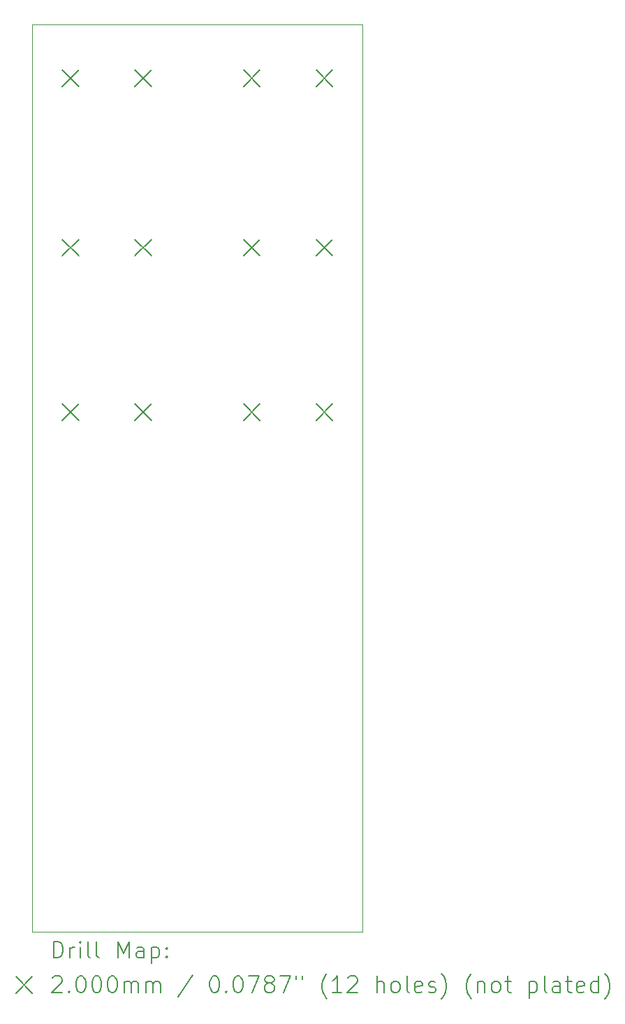
<source format=gbr>
%FSLAX45Y45*%
G04 Gerber Fmt 4.5, Leading zero omitted, Abs format (unit mm)*
G04 Created by KiCad (PCBNEW (6.0.6)) date 2022-10-26 13:20:43*
%MOMM*%
%LPD*%
G01*
G04 APERTURE LIST*
%TA.AperFunction,Profile*%
%ADD10C,0.050000*%
%TD*%
%ADD11C,0.200000*%
G04 APERTURE END LIST*
D10*
X7300000Y-3100000D02*
X11300000Y-3100000D01*
X11300000Y-3100000D02*
X11300000Y-14100000D01*
X7300000Y-3100000D02*
X7300000Y-14100000D01*
X7300000Y-14100000D02*
X11300000Y-14100000D01*
D11*
X7660000Y-3650000D02*
X7860000Y-3850000D01*
X7860000Y-3650000D02*
X7660000Y-3850000D01*
X7660000Y-5705000D02*
X7860000Y-5905000D01*
X7860000Y-5705000D02*
X7660000Y-5905000D01*
X7660000Y-7700000D02*
X7860000Y-7900000D01*
X7860000Y-7700000D02*
X7660000Y-7900000D01*
X8540000Y-3650000D02*
X8740000Y-3850000D01*
X8740000Y-3650000D02*
X8540000Y-3850000D01*
X8540000Y-5705000D02*
X8740000Y-5905000D01*
X8740000Y-5705000D02*
X8540000Y-5905000D01*
X8540000Y-7700000D02*
X8740000Y-7900000D01*
X8740000Y-7700000D02*
X8540000Y-7900000D01*
X9860000Y-3650000D02*
X10060000Y-3850000D01*
X10060000Y-3650000D02*
X9860000Y-3850000D01*
X9860000Y-5705000D02*
X10060000Y-5905000D01*
X10060000Y-5705000D02*
X9860000Y-5905000D01*
X9860000Y-7700000D02*
X10060000Y-7900000D01*
X10060000Y-7700000D02*
X9860000Y-7900000D01*
X10740000Y-3650000D02*
X10940000Y-3850000D01*
X10940000Y-3650000D02*
X10740000Y-3850000D01*
X10740000Y-5705000D02*
X10940000Y-5905000D01*
X10940000Y-5705000D02*
X10740000Y-5905000D01*
X10740000Y-7700000D02*
X10940000Y-7900000D01*
X10940000Y-7700000D02*
X10740000Y-7900000D01*
X7555119Y-14412976D02*
X7555119Y-14212976D01*
X7602738Y-14212976D01*
X7631309Y-14222500D01*
X7650357Y-14241548D01*
X7659881Y-14260595D01*
X7669405Y-14298690D01*
X7669405Y-14327262D01*
X7659881Y-14365357D01*
X7650357Y-14384405D01*
X7631309Y-14403452D01*
X7602738Y-14412976D01*
X7555119Y-14412976D01*
X7755119Y-14412976D02*
X7755119Y-14279643D01*
X7755119Y-14317738D02*
X7764643Y-14298690D01*
X7774167Y-14289167D01*
X7793214Y-14279643D01*
X7812262Y-14279643D01*
X7878928Y-14412976D02*
X7878928Y-14279643D01*
X7878928Y-14212976D02*
X7869405Y-14222500D01*
X7878928Y-14232024D01*
X7888452Y-14222500D01*
X7878928Y-14212976D01*
X7878928Y-14232024D01*
X8002738Y-14412976D02*
X7983690Y-14403452D01*
X7974167Y-14384405D01*
X7974167Y-14212976D01*
X8107500Y-14412976D02*
X8088452Y-14403452D01*
X8078928Y-14384405D01*
X8078928Y-14212976D01*
X8336071Y-14412976D02*
X8336071Y-14212976D01*
X8402738Y-14355833D01*
X8469405Y-14212976D01*
X8469405Y-14412976D01*
X8650357Y-14412976D02*
X8650357Y-14308214D01*
X8640833Y-14289167D01*
X8621786Y-14279643D01*
X8583690Y-14279643D01*
X8564643Y-14289167D01*
X8650357Y-14403452D02*
X8631310Y-14412976D01*
X8583690Y-14412976D01*
X8564643Y-14403452D01*
X8555119Y-14384405D01*
X8555119Y-14365357D01*
X8564643Y-14346309D01*
X8583690Y-14336786D01*
X8631310Y-14336786D01*
X8650357Y-14327262D01*
X8745595Y-14279643D02*
X8745595Y-14479643D01*
X8745595Y-14289167D02*
X8764643Y-14279643D01*
X8802738Y-14279643D01*
X8821786Y-14289167D01*
X8831310Y-14298690D01*
X8840833Y-14317738D01*
X8840833Y-14374881D01*
X8831310Y-14393928D01*
X8821786Y-14403452D01*
X8802738Y-14412976D01*
X8764643Y-14412976D01*
X8745595Y-14403452D01*
X8926548Y-14393928D02*
X8936071Y-14403452D01*
X8926548Y-14412976D01*
X8917024Y-14403452D01*
X8926548Y-14393928D01*
X8926548Y-14412976D01*
X8926548Y-14289167D02*
X8936071Y-14298690D01*
X8926548Y-14308214D01*
X8917024Y-14298690D01*
X8926548Y-14289167D01*
X8926548Y-14308214D01*
X7097500Y-14642500D02*
X7297500Y-14842500D01*
X7297500Y-14642500D02*
X7097500Y-14842500D01*
X7545595Y-14652024D02*
X7555119Y-14642500D01*
X7574167Y-14632976D01*
X7621786Y-14632976D01*
X7640833Y-14642500D01*
X7650357Y-14652024D01*
X7659881Y-14671071D01*
X7659881Y-14690119D01*
X7650357Y-14718690D01*
X7536071Y-14832976D01*
X7659881Y-14832976D01*
X7745595Y-14813928D02*
X7755119Y-14823452D01*
X7745595Y-14832976D01*
X7736071Y-14823452D01*
X7745595Y-14813928D01*
X7745595Y-14832976D01*
X7878928Y-14632976D02*
X7897976Y-14632976D01*
X7917024Y-14642500D01*
X7926548Y-14652024D01*
X7936071Y-14671071D01*
X7945595Y-14709167D01*
X7945595Y-14756786D01*
X7936071Y-14794881D01*
X7926548Y-14813928D01*
X7917024Y-14823452D01*
X7897976Y-14832976D01*
X7878928Y-14832976D01*
X7859881Y-14823452D01*
X7850357Y-14813928D01*
X7840833Y-14794881D01*
X7831309Y-14756786D01*
X7831309Y-14709167D01*
X7840833Y-14671071D01*
X7850357Y-14652024D01*
X7859881Y-14642500D01*
X7878928Y-14632976D01*
X8069405Y-14632976D02*
X8088452Y-14632976D01*
X8107500Y-14642500D01*
X8117024Y-14652024D01*
X8126548Y-14671071D01*
X8136071Y-14709167D01*
X8136071Y-14756786D01*
X8126548Y-14794881D01*
X8117024Y-14813928D01*
X8107500Y-14823452D01*
X8088452Y-14832976D01*
X8069405Y-14832976D01*
X8050357Y-14823452D01*
X8040833Y-14813928D01*
X8031309Y-14794881D01*
X8021786Y-14756786D01*
X8021786Y-14709167D01*
X8031309Y-14671071D01*
X8040833Y-14652024D01*
X8050357Y-14642500D01*
X8069405Y-14632976D01*
X8259881Y-14632976D02*
X8278928Y-14632976D01*
X8297976Y-14642500D01*
X8307500Y-14652024D01*
X8317024Y-14671071D01*
X8326548Y-14709167D01*
X8326548Y-14756786D01*
X8317024Y-14794881D01*
X8307500Y-14813928D01*
X8297976Y-14823452D01*
X8278928Y-14832976D01*
X8259881Y-14832976D01*
X8240833Y-14823452D01*
X8231309Y-14813928D01*
X8221786Y-14794881D01*
X8212262Y-14756786D01*
X8212262Y-14709167D01*
X8221786Y-14671071D01*
X8231309Y-14652024D01*
X8240833Y-14642500D01*
X8259881Y-14632976D01*
X8412262Y-14832976D02*
X8412262Y-14699643D01*
X8412262Y-14718690D02*
X8421786Y-14709167D01*
X8440833Y-14699643D01*
X8469405Y-14699643D01*
X8488452Y-14709167D01*
X8497976Y-14728214D01*
X8497976Y-14832976D01*
X8497976Y-14728214D02*
X8507500Y-14709167D01*
X8526548Y-14699643D01*
X8555119Y-14699643D01*
X8574167Y-14709167D01*
X8583690Y-14728214D01*
X8583690Y-14832976D01*
X8678929Y-14832976D02*
X8678929Y-14699643D01*
X8678929Y-14718690D02*
X8688452Y-14709167D01*
X8707500Y-14699643D01*
X8736071Y-14699643D01*
X8755119Y-14709167D01*
X8764643Y-14728214D01*
X8764643Y-14832976D01*
X8764643Y-14728214D02*
X8774167Y-14709167D01*
X8793214Y-14699643D01*
X8821786Y-14699643D01*
X8840833Y-14709167D01*
X8850357Y-14728214D01*
X8850357Y-14832976D01*
X9240833Y-14623452D02*
X9069405Y-14880595D01*
X9497976Y-14632976D02*
X9517024Y-14632976D01*
X9536071Y-14642500D01*
X9545595Y-14652024D01*
X9555119Y-14671071D01*
X9564643Y-14709167D01*
X9564643Y-14756786D01*
X9555119Y-14794881D01*
X9545595Y-14813928D01*
X9536071Y-14823452D01*
X9517024Y-14832976D01*
X9497976Y-14832976D01*
X9478929Y-14823452D01*
X9469405Y-14813928D01*
X9459881Y-14794881D01*
X9450357Y-14756786D01*
X9450357Y-14709167D01*
X9459881Y-14671071D01*
X9469405Y-14652024D01*
X9478929Y-14642500D01*
X9497976Y-14632976D01*
X9650357Y-14813928D02*
X9659881Y-14823452D01*
X9650357Y-14832976D01*
X9640833Y-14823452D01*
X9650357Y-14813928D01*
X9650357Y-14832976D01*
X9783690Y-14632976D02*
X9802738Y-14632976D01*
X9821786Y-14642500D01*
X9831310Y-14652024D01*
X9840833Y-14671071D01*
X9850357Y-14709167D01*
X9850357Y-14756786D01*
X9840833Y-14794881D01*
X9831310Y-14813928D01*
X9821786Y-14823452D01*
X9802738Y-14832976D01*
X9783690Y-14832976D01*
X9764643Y-14823452D01*
X9755119Y-14813928D01*
X9745595Y-14794881D01*
X9736071Y-14756786D01*
X9736071Y-14709167D01*
X9745595Y-14671071D01*
X9755119Y-14652024D01*
X9764643Y-14642500D01*
X9783690Y-14632976D01*
X9917024Y-14632976D02*
X10050357Y-14632976D01*
X9964643Y-14832976D01*
X10155119Y-14718690D02*
X10136071Y-14709167D01*
X10126548Y-14699643D01*
X10117024Y-14680595D01*
X10117024Y-14671071D01*
X10126548Y-14652024D01*
X10136071Y-14642500D01*
X10155119Y-14632976D01*
X10193214Y-14632976D01*
X10212262Y-14642500D01*
X10221786Y-14652024D01*
X10231310Y-14671071D01*
X10231310Y-14680595D01*
X10221786Y-14699643D01*
X10212262Y-14709167D01*
X10193214Y-14718690D01*
X10155119Y-14718690D01*
X10136071Y-14728214D01*
X10126548Y-14737738D01*
X10117024Y-14756786D01*
X10117024Y-14794881D01*
X10126548Y-14813928D01*
X10136071Y-14823452D01*
X10155119Y-14832976D01*
X10193214Y-14832976D01*
X10212262Y-14823452D01*
X10221786Y-14813928D01*
X10231310Y-14794881D01*
X10231310Y-14756786D01*
X10221786Y-14737738D01*
X10212262Y-14728214D01*
X10193214Y-14718690D01*
X10297976Y-14632976D02*
X10431310Y-14632976D01*
X10345595Y-14832976D01*
X10497976Y-14632976D02*
X10497976Y-14671071D01*
X10574167Y-14632976D02*
X10574167Y-14671071D01*
X10869405Y-14909167D02*
X10859881Y-14899643D01*
X10840833Y-14871071D01*
X10831310Y-14852024D01*
X10821786Y-14823452D01*
X10812262Y-14775833D01*
X10812262Y-14737738D01*
X10821786Y-14690119D01*
X10831310Y-14661548D01*
X10840833Y-14642500D01*
X10859881Y-14613928D01*
X10869405Y-14604405D01*
X11050357Y-14832976D02*
X10936071Y-14832976D01*
X10993214Y-14832976D02*
X10993214Y-14632976D01*
X10974167Y-14661548D01*
X10955119Y-14680595D01*
X10936071Y-14690119D01*
X11126548Y-14652024D02*
X11136071Y-14642500D01*
X11155119Y-14632976D01*
X11202738Y-14632976D01*
X11221786Y-14642500D01*
X11231309Y-14652024D01*
X11240833Y-14671071D01*
X11240833Y-14690119D01*
X11231309Y-14718690D01*
X11117024Y-14832976D01*
X11240833Y-14832976D01*
X11478928Y-14832976D02*
X11478928Y-14632976D01*
X11564643Y-14832976D02*
X11564643Y-14728214D01*
X11555119Y-14709167D01*
X11536071Y-14699643D01*
X11507500Y-14699643D01*
X11488452Y-14709167D01*
X11478928Y-14718690D01*
X11688452Y-14832976D02*
X11669405Y-14823452D01*
X11659881Y-14813928D01*
X11650357Y-14794881D01*
X11650357Y-14737738D01*
X11659881Y-14718690D01*
X11669405Y-14709167D01*
X11688452Y-14699643D01*
X11717024Y-14699643D01*
X11736071Y-14709167D01*
X11745595Y-14718690D01*
X11755119Y-14737738D01*
X11755119Y-14794881D01*
X11745595Y-14813928D01*
X11736071Y-14823452D01*
X11717024Y-14832976D01*
X11688452Y-14832976D01*
X11869405Y-14832976D02*
X11850357Y-14823452D01*
X11840833Y-14804405D01*
X11840833Y-14632976D01*
X12021786Y-14823452D02*
X12002738Y-14832976D01*
X11964643Y-14832976D01*
X11945595Y-14823452D01*
X11936071Y-14804405D01*
X11936071Y-14728214D01*
X11945595Y-14709167D01*
X11964643Y-14699643D01*
X12002738Y-14699643D01*
X12021786Y-14709167D01*
X12031309Y-14728214D01*
X12031309Y-14747262D01*
X11936071Y-14766309D01*
X12107500Y-14823452D02*
X12126548Y-14832976D01*
X12164643Y-14832976D01*
X12183690Y-14823452D01*
X12193214Y-14804405D01*
X12193214Y-14794881D01*
X12183690Y-14775833D01*
X12164643Y-14766309D01*
X12136071Y-14766309D01*
X12117024Y-14756786D01*
X12107500Y-14737738D01*
X12107500Y-14728214D01*
X12117024Y-14709167D01*
X12136071Y-14699643D01*
X12164643Y-14699643D01*
X12183690Y-14709167D01*
X12259881Y-14909167D02*
X12269405Y-14899643D01*
X12288452Y-14871071D01*
X12297976Y-14852024D01*
X12307500Y-14823452D01*
X12317024Y-14775833D01*
X12317024Y-14737738D01*
X12307500Y-14690119D01*
X12297976Y-14661548D01*
X12288452Y-14642500D01*
X12269405Y-14613928D01*
X12259881Y-14604405D01*
X12621786Y-14909167D02*
X12612262Y-14899643D01*
X12593214Y-14871071D01*
X12583690Y-14852024D01*
X12574167Y-14823452D01*
X12564643Y-14775833D01*
X12564643Y-14737738D01*
X12574167Y-14690119D01*
X12583690Y-14661548D01*
X12593214Y-14642500D01*
X12612262Y-14613928D01*
X12621786Y-14604405D01*
X12697976Y-14699643D02*
X12697976Y-14832976D01*
X12697976Y-14718690D02*
X12707500Y-14709167D01*
X12726548Y-14699643D01*
X12755119Y-14699643D01*
X12774167Y-14709167D01*
X12783690Y-14728214D01*
X12783690Y-14832976D01*
X12907500Y-14832976D02*
X12888452Y-14823452D01*
X12878928Y-14813928D01*
X12869405Y-14794881D01*
X12869405Y-14737738D01*
X12878928Y-14718690D01*
X12888452Y-14709167D01*
X12907500Y-14699643D01*
X12936071Y-14699643D01*
X12955119Y-14709167D01*
X12964643Y-14718690D01*
X12974167Y-14737738D01*
X12974167Y-14794881D01*
X12964643Y-14813928D01*
X12955119Y-14823452D01*
X12936071Y-14832976D01*
X12907500Y-14832976D01*
X13031309Y-14699643D02*
X13107500Y-14699643D01*
X13059881Y-14632976D02*
X13059881Y-14804405D01*
X13069405Y-14823452D01*
X13088452Y-14832976D01*
X13107500Y-14832976D01*
X13326548Y-14699643D02*
X13326548Y-14899643D01*
X13326548Y-14709167D02*
X13345595Y-14699643D01*
X13383690Y-14699643D01*
X13402738Y-14709167D01*
X13412262Y-14718690D01*
X13421786Y-14737738D01*
X13421786Y-14794881D01*
X13412262Y-14813928D01*
X13402738Y-14823452D01*
X13383690Y-14832976D01*
X13345595Y-14832976D01*
X13326548Y-14823452D01*
X13536071Y-14832976D02*
X13517024Y-14823452D01*
X13507500Y-14804405D01*
X13507500Y-14632976D01*
X13697976Y-14832976D02*
X13697976Y-14728214D01*
X13688452Y-14709167D01*
X13669405Y-14699643D01*
X13631309Y-14699643D01*
X13612262Y-14709167D01*
X13697976Y-14823452D02*
X13678928Y-14832976D01*
X13631309Y-14832976D01*
X13612262Y-14823452D01*
X13602738Y-14804405D01*
X13602738Y-14785357D01*
X13612262Y-14766309D01*
X13631309Y-14756786D01*
X13678928Y-14756786D01*
X13697976Y-14747262D01*
X13764643Y-14699643D02*
X13840833Y-14699643D01*
X13793214Y-14632976D02*
X13793214Y-14804405D01*
X13802738Y-14823452D01*
X13821786Y-14832976D01*
X13840833Y-14832976D01*
X13983690Y-14823452D02*
X13964643Y-14832976D01*
X13926548Y-14832976D01*
X13907500Y-14823452D01*
X13897976Y-14804405D01*
X13897976Y-14728214D01*
X13907500Y-14709167D01*
X13926548Y-14699643D01*
X13964643Y-14699643D01*
X13983690Y-14709167D01*
X13993214Y-14728214D01*
X13993214Y-14747262D01*
X13897976Y-14766309D01*
X14164643Y-14832976D02*
X14164643Y-14632976D01*
X14164643Y-14823452D02*
X14145595Y-14832976D01*
X14107500Y-14832976D01*
X14088452Y-14823452D01*
X14078928Y-14813928D01*
X14069405Y-14794881D01*
X14069405Y-14737738D01*
X14078928Y-14718690D01*
X14088452Y-14709167D01*
X14107500Y-14699643D01*
X14145595Y-14699643D01*
X14164643Y-14709167D01*
X14240833Y-14909167D02*
X14250357Y-14899643D01*
X14269405Y-14871071D01*
X14278928Y-14852024D01*
X14288452Y-14823452D01*
X14297976Y-14775833D01*
X14297976Y-14737738D01*
X14288452Y-14690119D01*
X14278928Y-14661548D01*
X14269405Y-14642500D01*
X14250357Y-14613928D01*
X14240833Y-14604405D01*
M02*

</source>
